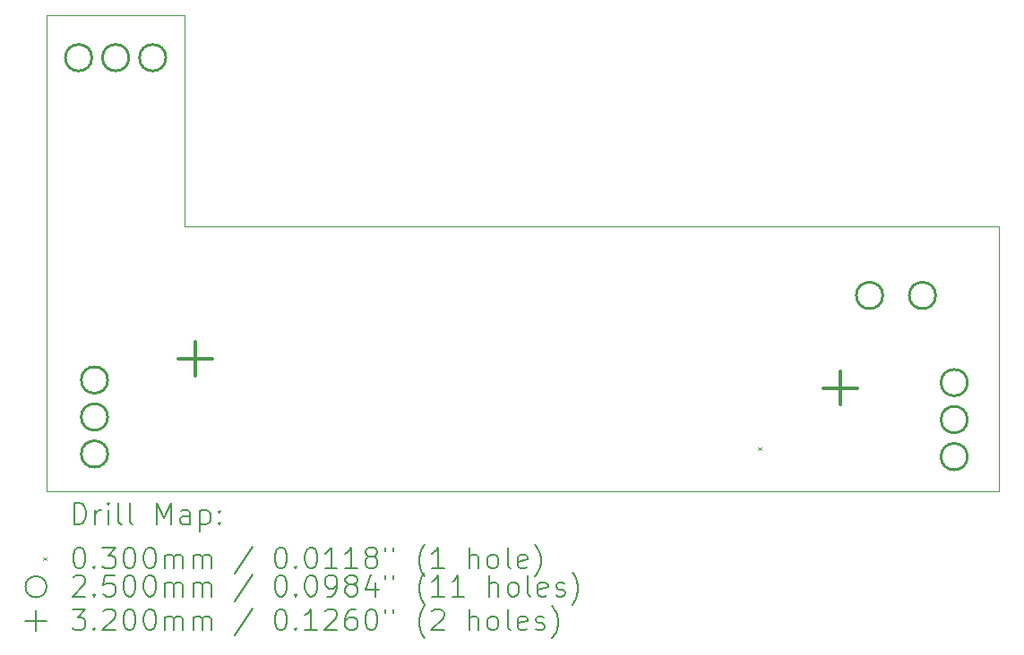
<source format=gbr>
%TF.GenerationSoftware,KiCad,Pcbnew,8.0.6*%
%TF.CreationDate,2025-01-23T20:02:07-06:00*%
%TF.ProjectId,PD_Board,50445f42-6f61-4726-942e-6b696361645f,rev?*%
%TF.SameCoordinates,Original*%
%TF.FileFunction,Drillmap*%
%TF.FilePolarity,Positive*%
%FSLAX45Y45*%
G04 Gerber Fmt 4.5, Leading zero omitted, Abs format (unit mm)*
G04 Created by KiCad (PCBNEW 8.0.6) date 2025-01-23 20:02:07*
%MOMM*%
%LPD*%
G01*
G04 APERTURE LIST*
%ADD10C,0.050000*%
%ADD11C,0.200000*%
%ADD12C,0.100000*%
%ADD13C,0.250000*%
%ADD14C,0.320000*%
G04 APERTURE END LIST*
D10*
X10000000Y-12500000D02*
X10000000Y-10000000D01*
X19000000Y-12500000D02*
X10000000Y-12500000D01*
X19000000Y-10000000D02*
X19000000Y-12500000D01*
X11300000Y-10000000D02*
X19000000Y-10000000D01*
X11300000Y-8000000D02*
X11300000Y-10000000D01*
X10000000Y-8000000D02*
X11300000Y-8000000D01*
X10000000Y-10000000D02*
X10000000Y-8000000D01*
D11*
D12*
X16722000Y-12085000D02*
X16752000Y-12115000D01*
X16752000Y-12085000D02*
X16722000Y-12115000D01*
D13*
X10425000Y-8400000D02*
G75*
G02*
X10175000Y-8400000I-125000J0D01*
G01*
X10175000Y-8400000D02*
G75*
G02*
X10425000Y-8400000I125000J0D01*
G01*
X10575000Y-11450000D02*
G75*
G02*
X10325000Y-11450000I-125000J0D01*
G01*
X10325000Y-11450000D02*
G75*
G02*
X10575000Y-11450000I125000J0D01*
G01*
X10575000Y-11800000D02*
G75*
G02*
X10325000Y-11800000I-125000J0D01*
G01*
X10325000Y-11800000D02*
G75*
G02*
X10575000Y-11800000I125000J0D01*
G01*
X10575000Y-12150000D02*
G75*
G02*
X10325000Y-12150000I-125000J0D01*
G01*
X10325000Y-12150000D02*
G75*
G02*
X10575000Y-12150000I125000J0D01*
G01*
X10775000Y-8400000D02*
G75*
G02*
X10525000Y-8400000I-125000J0D01*
G01*
X10525000Y-8400000D02*
G75*
G02*
X10775000Y-8400000I125000J0D01*
G01*
X11125000Y-8400000D02*
G75*
G02*
X10875000Y-8400000I-125000J0D01*
G01*
X10875000Y-8400000D02*
G75*
G02*
X11125000Y-8400000I125000J0D01*
G01*
X17900000Y-10650000D02*
G75*
G02*
X17650000Y-10650000I-125000J0D01*
G01*
X17650000Y-10650000D02*
G75*
G02*
X17900000Y-10650000I125000J0D01*
G01*
X18400000Y-10650000D02*
G75*
G02*
X18150000Y-10650000I-125000J0D01*
G01*
X18150000Y-10650000D02*
G75*
G02*
X18400000Y-10650000I125000J0D01*
G01*
X18700000Y-11475000D02*
G75*
G02*
X18450000Y-11475000I-125000J0D01*
G01*
X18450000Y-11475000D02*
G75*
G02*
X18700000Y-11475000I125000J0D01*
G01*
X18700000Y-11825000D02*
G75*
G02*
X18450000Y-11825000I-125000J0D01*
G01*
X18450000Y-11825000D02*
G75*
G02*
X18700000Y-11825000I125000J0D01*
G01*
X18700000Y-12175000D02*
G75*
G02*
X18450000Y-12175000I-125000J0D01*
G01*
X18450000Y-12175000D02*
G75*
G02*
X18700000Y-12175000I125000J0D01*
G01*
D14*
X11400000Y-11090000D02*
X11400000Y-11410000D01*
X11240000Y-11250000D02*
X11560000Y-11250000D01*
X17500000Y-11365000D02*
X17500000Y-11685000D01*
X17340000Y-11525000D02*
X17660000Y-11525000D01*
D11*
X10258277Y-12813984D02*
X10258277Y-12613984D01*
X10258277Y-12613984D02*
X10305896Y-12613984D01*
X10305896Y-12613984D02*
X10334467Y-12623508D01*
X10334467Y-12623508D02*
X10353515Y-12642555D01*
X10353515Y-12642555D02*
X10363039Y-12661603D01*
X10363039Y-12661603D02*
X10372563Y-12699698D01*
X10372563Y-12699698D02*
X10372563Y-12728269D01*
X10372563Y-12728269D02*
X10363039Y-12766365D01*
X10363039Y-12766365D02*
X10353515Y-12785412D01*
X10353515Y-12785412D02*
X10334467Y-12804460D01*
X10334467Y-12804460D02*
X10305896Y-12813984D01*
X10305896Y-12813984D02*
X10258277Y-12813984D01*
X10458277Y-12813984D02*
X10458277Y-12680650D01*
X10458277Y-12718746D02*
X10467801Y-12699698D01*
X10467801Y-12699698D02*
X10477324Y-12690174D01*
X10477324Y-12690174D02*
X10496372Y-12680650D01*
X10496372Y-12680650D02*
X10515420Y-12680650D01*
X10582086Y-12813984D02*
X10582086Y-12680650D01*
X10582086Y-12613984D02*
X10572563Y-12623508D01*
X10572563Y-12623508D02*
X10582086Y-12633031D01*
X10582086Y-12633031D02*
X10591610Y-12623508D01*
X10591610Y-12623508D02*
X10582086Y-12613984D01*
X10582086Y-12613984D02*
X10582086Y-12633031D01*
X10705896Y-12813984D02*
X10686848Y-12804460D01*
X10686848Y-12804460D02*
X10677324Y-12785412D01*
X10677324Y-12785412D02*
X10677324Y-12613984D01*
X10810658Y-12813984D02*
X10791610Y-12804460D01*
X10791610Y-12804460D02*
X10782086Y-12785412D01*
X10782086Y-12785412D02*
X10782086Y-12613984D01*
X11039229Y-12813984D02*
X11039229Y-12613984D01*
X11039229Y-12613984D02*
X11105896Y-12756841D01*
X11105896Y-12756841D02*
X11172563Y-12613984D01*
X11172563Y-12613984D02*
X11172563Y-12813984D01*
X11353515Y-12813984D02*
X11353515Y-12709222D01*
X11353515Y-12709222D02*
X11343991Y-12690174D01*
X11343991Y-12690174D02*
X11324943Y-12680650D01*
X11324943Y-12680650D02*
X11286848Y-12680650D01*
X11286848Y-12680650D02*
X11267801Y-12690174D01*
X11353515Y-12804460D02*
X11334467Y-12813984D01*
X11334467Y-12813984D02*
X11286848Y-12813984D01*
X11286848Y-12813984D02*
X11267801Y-12804460D01*
X11267801Y-12804460D02*
X11258277Y-12785412D01*
X11258277Y-12785412D02*
X11258277Y-12766365D01*
X11258277Y-12766365D02*
X11267801Y-12747317D01*
X11267801Y-12747317D02*
X11286848Y-12737793D01*
X11286848Y-12737793D02*
X11334467Y-12737793D01*
X11334467Y-12737793D02*
X11353515Y-12728269D01*
X11448753Y-12680650D02*
X11448753Y-12880650D01*
X11448753Y-12690174D02*
X11467801Y-12680650D01*
X11467801Y-12680650D02*
X11505896Y-12680650D01*
X11505896Y-12680650D02*
X11524943Y-12690174D01*
X11524943Y-12690174D02*
X11534467Y-12699698D01*
X11534467Y-12699698D02*
X11543991Y-12718746D01*
X11543991Y-12718746D02*
X11543991Y-12775888D01*
X11543991Y-12775888D02*
X11534467Y-12794936D01*
X11534467Y-12794936D02*
X11524943Y-12804460D01*
X11524943Y-12804460D02*
X11505896Y-12813984D01*
X11505896Y-12813984D02*
X11467801Y-12813984D01*
X11467801Y-12813984D02*
X11448753Y-12804460D01*
X11629705Y-12794936D02*
X11639229Y-12804460D01*
X11639229Y-12804460D02*
X11629705Y-12813984D01*
X11629705Y-12813984D02*
X11620182Y-12804460D01*
X11620182Y-12804460D02*
X11629705Y-12794936D01*
X11629705Y-12794936D02*
X11629705Y-12813984D01*
X11629705Y-12690174D02*
X11639229Y-12699698D01*
X11639229Y-12699698D02*
X11629705Y-12709222D01*
X11629705Y-12709222D02*
X11620182Y-12699698D01*
X11620182Y-12699698D02*
X11629705Y-12690174D01*
X11629705Y-12690174D02*
X11629705Y-12709222D01*
D12*
X9967500Y-13127500D02*
X9997500Y-13157500D01*
X9997500Y-13127500D02*
X9967500Y-13157500D01*
D11*
X10296372Y-13033984D02*
X10315420Y-13033984D01*
X10315420Y-13033984D02*
X10334467Y-13043508D01*
X10334467Y-13043508D02*
X10343991Y-13053031D01*
X10343991Y-13053031D02*
X10353515Y-13072079D01*
X10353515Y-13072079D02*
X10363039Y-13110174D01*
X10363039Y-13110174D02*
X10363039Y-13157793D01*
X10363039Y-13157793D02*
X10353515Y-13195888D01*
X10353515Y-13195888D02*
X10343991Y-13214936D01*
X10343991Y-13214936D02*
X10334467Y-13224460D01*
X10334467Y-13224460D02*
X10315420Y-13233984D01*
X10315420Y-13233984D02*
X10296372Y-13233984D01*
X10296372Y-13233984D02*
X10277324Y-13224460D01*
X10277324Y-13224460D02*
X10267801Y-13214936D01*
X10267801Y-13214936D02*
X10258277Y-13195888D01*
X10258277Y-13195888D02*
X10248753Y-13157793D01*
X10248753Y-13157793D02*
X10248753Y-13110174D01*
X10248753Y-13110174D02*
X10258277Y-13072079D01*
X10258277Y-13072079D02*
X10267801Y-13053031D01*
X10267801Y-13053031D02*
X10277324Y-13043508D01*
X10277324Y-13043508D02*
X10296372Y-13033984D01*
X10448753Y-13214936D02*
X10458277Y-13224460D01*
X10458277Y-13224460D02*
X10448753Y-13233984D01*
X10448753Y-13233984D02*
X10439229Y-13224460D01*
X10439229Y-13224460D02*
X10448753Y-13214936D01*
X10448753Y-13214936D02*
X10448753Y-13233984D01*
X10524944Y-13033984D02*
X10648753Y-13033984D01*
X10648753Y-13033984D02*
X10582086Y-13110174D01*
X10582086Y-13110174D02*
X10610658Y-13110174D01*
X10610658Y-13110174D02*
X10629705Y-13119698D01*
X10629705Y-13119698D02*
X10639229Y-13129222D01*
X10639229Y-13129222D02*
X10648753Y-13148269D01*
X10648753Y-13148269D02*
X10648753Y-13195888D01*
X10648753Y-13195888D02*
X10639229Y-13214936D01*
X10639229Y-13214936D02*
X10629705Y-13224460D01*
X10629705Y-13224460D02*
X10610658Y-13233984D01*
X10610658Y-13233984D02*
X10553515Y-13233984D01*
X10553515Y-13233984D02*
X10534467Y-13224460D01*
X10534467Y-13224460D02*
X10524944Y-13214936D01*
X10772563Y-13033984D02*
X10791610Y-13033984D01*
X10791610Y-13033984D02*
X10810658Y-13043508D01*
X10810658Y-13043508D02*
X10820182Y-13053031D01*
X10820182Y-13053031D02*
X10829705Y-13072079D01*
X10829705Y-13072079D02*
X10839229Y-13110174D01*
X10839229Y-13110174D02*
X10839229Y-13157793D01*
X10839229Y-13157793D02*
X10829705Y-13195888D01*
X10829705Y-13195888D02*
X10820182Y-13214936D01*
X10820182Y-13214936D02*
X10810658Y-13224460D01*
X10810658Y-13224460D02*
X10791610Y-13233984D01*
X10791610Y-13233984D02*
X10772563Y-13233984D01*
X10772563Y-13233984D02*
X10753515Y-13224460D01*
X10753515Y-13224460D02*
X10743991Y-13214936D01*
X10743991Y-13214936D02*
X10734467Y-13195888D01*
X10734467Y-13195888D02*
X10724944Y-13157793D01*
X10724944Y-13157793D02*
X10724944Y-13110174D01*
X10724944Y-13110174D02*
X10734467Y-13072079D01*
X10734467Y-13072079D02*
X10743991Y-13053031D01*
X10743991Y-13053031D02*
X10753515Y-13043508D01*
X10753515Y-13043508D02*
X10772563Y-13033984D01*
X10963039Y-13033984D02*
X10982086Y-13033984D01*
X10982086Y-13033984D02*
X11001134Y-13043508D01*
X11001134Y-13043508D02*
X11010658Y-13053031D01*
X11010658Y-13053031D02*
X11020182Y-13072079D01*
X11020182Y-13072079D02*
X11029705Y-13110174D01*
X11029705Y-13110174D02*
X11029705Y-13157793D01*
X11029705Y-13157793D02*
X11020182Y-13195888D01*
X11020182Y-13195888D02*
X11010658Y-13214936D01*
X11010658Y-13214936D02*
X11001134Y-13224460D01*
X11001134Y-13224460D02*
X10982086Y-13233984D01*
X10982086Y-13233984D02*
X10963039Y-13233984D01*
X10963039Y-13233984D02*
X10943991Y-13224460D01*
X10943991Y-13224460D02*
X10934467Y-13214936D01*
X10934467Y-13214936D02*
X10924944Y-13195888D01*
X10924944Y-13195888D02*
X10915420Y-13157793D01*
X10915420Y-13157793D02*
X10915420Y-13110174D01*
X10915420Y-13110174D02*
X10924944Y-13072079D01*
X10924944Y-13072079D02*
X10934467Y-13053031D01*
X10934467Y-13053031D02*
X10943991Y-13043508D01*
X10943991Y-13043508D02*
X10963039Y-13033984D01*
X11115420Y-13233984D02*
X11115420Y-13100650D01*
X11115420Y-13119698D02*
X11124944Y-13110174D01*
X11124944Y-13110174D02*
X11143991Y-13100650D01*
X11143991Y-13100650D02*
X11172563Y-13100650D01*
X11172563Y-13100650D02*
X11191610Y-13110174D01*
X11191610Y-13110174D02*
X11201134Y-13129222D01*
X11201134Y-13129222D02*
X11201134Y-13233984D01*
X11201134Y-13129222D02*
X11210658Y-13110174D01*
X11210658Y-13110174D02*
X11229705Y-13100650D01*
X11229705Y-13100650D02*
X11258277Y-13100650D01*
X11258277Y-13100650D02*
X11277324Y-13110174D01*
X11277324Y-13110174D02*
X11286848Y-13129222D01*
X11286848Y-13129222D02*
X11286848Y-13233984D01*
X11382086Y-13233984D02*
X11382086Y-13100650D01*
X11382086Y-13119698D02*
X11391610Y-13110174D01*
X11391610Y-13110174D02*
X11410658Y-13100650D01*
X11410658Y-13100650D02*
X11439229Y-13100650D01*
X11439229Y-13100650D02*
X11458277Y-13110174D01*
X11458277Y-13110174D02*
X11467801Y-13129222D01*
X11467801Y-13129222D02*
X11467801Y-13233984D01*
X11467801Y-13129222D02*
X11477324Y-13110174D01*
X11477324Y-13110174D02*
X11496372Y-13100650D01*
X11496372Y-13100650D02*
X11524943Y-13100650D01*
X11524943Y-13100650D02*
X11543991Y-13110174D01*
X11543991Y-13110174D02*
X11553515Y-13129222D01*
X11553515Y-13129222D02*
X11553515Y-13233984D01*
X11943991Y-13024460D02*
X11772563Y-13281603D01*
X12201134Y-13033984D02*
X12220182Y-13033984D01*
X12220182Y-13033984D02*
X12239229Y-13043508D01*
X12239229Y-13043508D02*
X12248753Y-13053031D01*
X12248753Y-13053031D02*
X12258277Y-13072079D01*
X12258277Y-13072079D02*
X12267801Y-13110174D01*
X12267801Y-13110174D02*
X12267801Y-13157793D01*
X12267801Y-13157793D02*
X12258277Y-13195888D01*
X12258277Y-13195888D02*
X12248753Y-13214936D01*
X12248753Y-13214936D02*
X12239229Y-13224460D01*
X12239229Y-13224460D02*
X12220182Y-13233984D01*
X12220182Y-13233984D02*
X12201134Y-13233984D01*
X12201134Y-13233984D02*
X12182086Y-13224460D01*
X12182086Y-13224460D02*
X12172563Y-13214936D01*
X12172563Y-13214936D02*
X12163039Y-13195888D01*
X12163039Y-13195888D02*
X12153515Y-13157793D01*
X12153515Y-13157793D02*
X12153515Y-13110174D01*
X12153515Y-13110174D02*
X12163039Y-13072079D01*
X12163039Y-13072079D02*
X12172563Y-13053031D01*
X12172563Y-13053031D02*
X12182086Y-13043508D01*
X12182086Y-13043508D02*
X12201134Y-13033984D01*
X12353515Y-13214936D02*
X12363039Y-13224460D01*
X12363039Y-13224460D02*
X12353515Y-13233984D01*
X12353515Y-13233984D02*
X12343991Y-13224460D01*
X12343991Y-13224460D02*
X12353515Y-13214936D01*
X12353515Y-13214936D02*
X12353515Y-13233984D01*
X12486848Y-13033984D02*
X12505896Y-13033984D01*
X12505896Y-13033984D02*
X12524944Y-13043508D01*
X12524944Y-13043508D02*
X12534467Y-13053031D01*
X12534467Y-13053031D02*
X12543991Y-13072079D01*
X12543991Y-13072079D02*
X12553515Y-13110174D01*
X12553515Y-13110174D02*
X12553515Y-13157793D01*
X12553515Y-13157793D02*
X12543991Y-13195888D01*
X12543991Y-13195888D02*
X12534467Y-13214936D01*
X12534467Y-13214936D02*
X12524944Y-13224460D01*
X12524944Y-13224460D02*
X12505896Y-13233984D01*
X12505896Y-13233984D02*
X12486848Y-13233984D01*
X12486848Y-13233984D02*
X12467801Y-13224460D01*
X12467801Y-13224460D02*
X12458277Y-13214936D01*
X12458277Y-13214936D02*
X12448753Y-13195888D01*
X12448753Y-13195888D02*
X12439229Y-13157793D01*
X12439229Y-13157793D02*
X12439229Y-13110174D01*
X12439229Y-13110174D02*
X12448753Y-13072079D01*
X12448753Y-13072079D02*
X12458277Y-13053031D01*
X12458277Y-13053031D02*
X12467801Y-13043508D01*
X12467801Y-13043508D02*
X12486848Y-13033984D01*
X12743991Y-13233984D02*
X12629706Y-13233984D01*
X12686848Y-13233984D02*
X12686848Y-13033984D01*
X12686848Y-13033984D02*
X12667801Y-13062555D01*
X12667801Y-13062555D02*
X12648753Y-13081603D01*
X12648753Y-13081603D02*
X12629706Y-13091127D01*
X12934467Y-13233984D02*
X12820182Y-13233984D01*
X12877325Y-13233984D02*
X12877325Y-13033984D01*
X12877325Y-13033984D02*
X12858277Y-13062555D01*
X12858277Y-13062555D02*
X12839229Y-13081603D01*
X12839229Y-13081603D02*
X12820182Y-13091127D01*
X13048753Y-13119698D02*
X13029706Y-13110174D01*
X13029706Y-13110174D02*
X13020182Y-13100650D01*
X13020182Y-13100650D02*
X13010658Y-13081603D01*
X13010658Y-13081603D02*
X13010658Y-13072079D01*
X13010658Y-13072079D02*
X13020182Y-13053031D01*
X13020182Y-13053031D02*
X13029706Y-13043508D01*
X13029706Y-13043508D02*
X13048753Y-13033984D01*
X13048753Y-13033984D02*
X13086848Y-13033984D01*
X13086848Y-13033984D02*
X13105896Y-13043508D01*
X13105896Y-13043508D02*
X13115420Y-13053031D01*
X13115420Y-13053031D02*
X13124944Y-13072079D01*
X13124944Y-13072079D02*
X13124944Y-13081603D01*
X13124944Y-13081603D02*
X13115420Y-13100650D01*
X13115420Y-13100650D02*
X13105896Y-13110174D01*
X13105896Y-13110174D02*
X13086848Y-13119698D01*
X13086848Y-13119698D02*
X13048753Y-13119698D01*
X13048753Y-13119698D02*
X13029706Y-13129222D01*
X13029706Y-13129222D02*
X13020182Y-13138746D01*
X13020182Y-13138746D02*
X13010658Y-13157793D01*
X13010658Y-13157793D02*
X13010658Y-13195888D01*
X13010658Y-13195888D02*
X13020182Y-13214936D01*
X13020182Y-13214936D02*
X13029706Y-13224460D01*
X13029706Y-13224460D02*
X13048753Y-13233984D01*
X13048753Y-13233984D02*
X13086848Y-13233984D01*
X13086848Y-13233984D02*
X13105896Y-13224460D01*
X13105896Y-13224460D02*
X13115420Y-13214936D01*
X13115420Y-13214936D02*
X13124944Y-13195888D01*
X13124944Y-13195888D02*
X13124944Y-13157793D01*
X13124944Y-13157793D02*
X13115420Y-13138746D01*
X13115420Y-13138746D02*
X13105896Y-13129222D01*
X13105896Y-13129222D02*
X13086848Y-13119698D01*
X13201134Y-13033984D02*
X13201134Y-13072079D01*
X13277325Y-13033984D02*
X13277325Y-13072079D01*
X13572563Y-13310174D02*
X13563039Y-13300650D01*
X13563039Y-13300650D02*
X13543991Y-13272079D01*
X13543991Y-13272079D02*
X13534468Y-13253031D01*
X13534468Y-13253031D02*
X13524944Y-13224460D01*
X13524944Y-13224460D02*
X13515420Y-13176841D01*
X13515420Y-13176841D02*
X13515420Y-13138746D01*
X13515420Y-13138746D02*
X13524944Y-13091127D01*
X13524944Y-13091127D02*
X13534468Y-13062555D01*
X13534468Y-13062555D02*
X13543991Y-13043508D01*
X13543991Y-13043508D02*
X13563039Y-13014936D01*
X13563039Y-13014936D02*
X13572563Y-13005412D01*
X13753515Y-13233984D02*
X13639229Y-13233984D01*
X13696372Y-13233984D02*
X13696372Y-13033984D01*
X13696372Y-13033984D02*
X13677325Y-13062555D01*
X13677325Y-13062555D02*
X13658277Y-13081603D01*
X13658277Y-13081603D02*
X13639229Y-13091127D01*
X13991610Y-13233984D02*
X13991610Y-13033984D01*
X14077325Y-13233984D02*
X14077325Y-13129222D01*
X14077325Y-13129222D02*
X14067801Y-13110174D01*
X14067801Y-13110174D02*
X14048753Y-13100650D01*
X14048753Y-13100650D02*
X14020182Y-13100650D01*
X14020182Y-13100650D02*
X14001134Y-13110174D01*
X14001134Y-13110174D02*
X13991610Y-13119698D01*
X14201134Y-13233984D02*
X14182087Y-13224460D01*
X14182087Y-13224460D02*
X14172563Y-13214936D01*
X14172563Y-13214936D02*
X14163039Y-13195888D01*
X14163039Y-13195888D02*
X14163039Y-13138746D01*
X14163039Y-13138746D02*
X14172563Y-13119698D01*
X14172563Y-13119698D02*
X14182087Y-13110174D01*
X14182087Y-13110174D02*
X14201134Y-13100650D01*
X14201134Y-13100650D02*
X14229706Y-13100650D01*
X14229706Y-13100650D02*
X14248753Y-13110174D01*
X14248753Y-13110174D02*
X14258277Y-13119698D01*
X14258277Y-13119698D02*
X14267801Y-13138746D01*
X14267801Y-13138746D02*
X14267801Y-13195888D01*
X14267801Y-13195888D02*
X14258277Y-13214936D01*
X14258277Y-13214936D02*
X14248753Y-13224460D01*
X14248753Y-13224460D02*
X14229706Y-13233984D01*
X14229706Y-13233984D02*
X14201134Y-13233984D01*
X14382087Y-13233984D02*
X14363039Y-13224460D01*
X14363039Y-13224460D02*
X14353515Y-13205412D01*
X14353515Y-13205412D02*
X14353515Y-13033984D01*
X14534468Y-13224460D02*
X14515420Y-13233984D01*
X14515420Y-13233984D02*
X14477325Y-13233984D01*
X14477325Y-13233984D02*
X14458277Y-13224460D01*
X14458277Y-13224460D02*
X14448753Y-13205412D01*
X14448753Y-13205412D02*
X14448753Y-13129222D01*
X14448753Y-13129222D02*
X14458277Y-13110174D01*
X14458277Y-13110174D02*
X14477325Y-13100650D01*
X14477325Y-13100650D02*
X14515420Y-13100650D01*
X14515420Y-13100650D02*
X14534468Y-13110174D01*
X14534468Y-13110174D02*
X14543991Y-13129222D01*
X14543991Y-13129222D02*
X14543991Y-13148269D01*
X14543991Y-13148269D02*
X14448753Y-13167317D01*
X14610658Y-13310174D02*
X14620182Y-13300650D01*
X14620182Y-13300650D02*
X14639230Y-13272079D01*
X14639230Y-13272079D02*
X14648753Y-13253031D01*
X14648753Y-13253031D02*
X14658277Y-13224460D01*
X14658277Y-13224460D02*
X14667801Y-13176841D01*
X14667801Y-13176841D02*
X14667801Y-13138746D01*
X14667801Y-13138746D02*
X14658277Y-13091127D01*
X14658277Y-13091127D02*
X14648753Y-13062555D01*
X14648753Y-13062555D02*
X14639230Y-13043508D01*
X14639230Y-13043508D02*
X14620182Y-13014936D01*
X14620182Y-13014936D02*
X14610658Y-13005412D01*
X9997500Y-13406500D02*
G75*
G02*
X9797500Y-13406500I-100000J0D01*
G01*
X9797500Y-13406500D02*
G75*
G02*
X9997500Y-13406500I100000J0D01*
G01*
X10248753Y-13317031D02*
X10258277Y-13307508D01*
X10258277Y-13307508D02*
X10277324Y-13297984D01*
X10277324Y-13297984D02*
X10324944Y-13297984D01*
X10324944Y-13297984D02*
X10343991Y-13307508D01*
X10343991Y-13307508D02*
X10353515Y-13317031D01*
X10353515Y-13317031D02*
X10363039Y-13336079D01*
X10363039Y-13336079D02*
X10363039Y-13355127D01*
X10363039Y-13355127D02*
X10353515Y-13383698D01*
X10353515Y-13383698D02*
X10239229Y-13497984D01*
X10239229Y-13497984D02*
X10363039Y-13497984D01*
X10448753Y-13478936D02*
X10458277Y-13488460D01*
X10458277Y-13488460D02*
X10448753Y-13497984D01*
X10448753Y-13497984D02*
X10439229Y-13488460D01*
X10439229Y-13488460D02*
X10448753Y-13478936D01*
X10448753Y-13478936D02*
X10448753Y-13497984D01*
X10639229Y-13297984D02*
X10543991Y-13297984D01*
X10543991Y-13297984D02*
X10534467Y-13393222D01*
X10534467Y-13393222D02*
X10543991Y-13383698D01*
X10543991Y-13383698D02*
X10563039Y-13374174D01*
X10563039Y-13374174D02*
X10610658Y-13374174D01*
X10610658Y-13374174D02*
X10629705Y-13383698D01*
X10629705Y-13383698D02*
X10639229Y-13393222D01*
X10639229Y-13393222D02*
X10648753Y-13412269D01*
X10648753Y-13412269D02*
X10648753Y-13459888D01*
X10648753Y-13459888D02*
X10639229Y-13478936D01*
X10639229Y-13478936D02*
X10629705Y-13488460D01*
X10629705Y-13488460D02*
X10610658Y-13497984D01*
X10610658Y-13497984D02*
X10563039Y-13497984D01*
X10563039Y-13497984D02*
X10543991Y-13488460D01*
X10543991Y-13488460D02*
X10534467Y-13478936D01*
X10772563Y-13297984D02*
X10791610Y-13297984D01*
X10791610Y-13297984D02*
X10810658Y-13307508D01*
X10810658Y-13307508D02*
X10820182Y-13317031D01*
X10820182Y-13317031D02*
X10829705Y-13336079D01*
X10829705Y-13336079D02*
X10839229Y-13374174D01*
X10839229Y-13374174D02*
X10839229Y-13421793D01*
X10839229Y-13421793D02*
X10829705Y-13459888D01*
X10829705Y-13459888D02*
X10820182Y-13478936D01*
X10820182Y-13478936D02*
X10810658Y-13488460D01*
X10810658Y-13488460D02*
X10791610Y-13497984D01*
X10791610Y-13497984D02*
X10772563Y-13497984D01*
X10772563Y-13497984D02*
X10753515Y-13488460D01*
X10753515Y-13488460D02*
X10743991Y-13478936D01*
X10743991Y-13478936D02*
X10734467Y-13459888D01*
X10734467Y-13459888D02*
X10724944Y-13421793D01*
X10724944Y-13421793D02*
X10724944Y-13374174D01*
X10724944Y-13374174D02*
X10734467Y-13336079D01*
X10734467Y-13336079D02*
X10743991Y-13317031D01*
X10743991Y-13317031D02*
X10753515Y-13307508D01*
X10753515Y-13307508D02*
X10772563Y-13297984D01*
X10963039Y-13297984D02*
X10982086Y-13297984D01*
X10982086Y-13297984D02*
X11001134Y-13307508D01*
X11001134Y-13307508D02*
X11010658Y-13317031D01*
X11010658Y-13317031D02*
X11020182Y-13336079D01*
X11020182Y-13336079D02*
X11029705Y-13374174D01*
X11029705Y-13374174D02*
X11029705Y-13421793D01*
X11029705Y-13421793D02*
X11020182Y-13459888D01*
X11020182Y-13459888D02*
X11010658Y-13478936D01*
X11010658Y-13478936D02*
X11001134Y-13488460D01*
X11001134Y-13488460D02*
X10982086Y-13497984D01*
X10982086Y-13497984D02*
X10963039Y-13497984D01*
X10963039Y-13497984D02*
X10943991Y-13488460D01*
X10943991Y-13488460D02*
X10934467Y-13478936D01*
X10934467Y-13478936D02*
X10924944Y-13459888D01*
X10924944Y-13459888D02*
X10915420Y-13421793D01*
X10915420Y-13421793D02*
X10915420Y-13374174D01*
X10915420Y-13374174D02*
X10924944Y-13336079D01*
X10924944Y-13336079D02*
X10934467Y-13317031D01*
X10934467Y-13317031D02*
X10943991Y-13307508D01*
X10943991Y-13307508D02*
X10963039Y-13297984D01*
X11115420Y-13497984D02*
X11115420Y-13364650D01*
X11115420Y-13383698D02*
X11124944Y-13374174D01*
X11124944Y-13374174D02*
X11143991Y-13364650D01*
X11143991Y-13364650D02*
X11172563Y-13364650D01*
X11172563Y-13364650D02*
X11191610Y-13374174D01*
X11191610Y-13374174D02*
X11201134Y-13393222D01*
X11201134Y-13393222D02*
X11201134Y-13497984D01*
X11201134Y-13393222D02*
X11210658Y-13374174D01*
X11210658Y-13374174D02*
X11229705Y-13364650D01*
X11229705Y-13364650D02*
X11258277Y-13364650D01*
X11258277Y-13364650D02*
X11277324Y-13374174D01*
X11277324Y-13374174D02*
X11286848Y-13393222D01*
X11286848Y-13393222D02*
X11286848Y-13497984D01*
X11382086Y-13497984D02*
X11382086Y-13364650D01*
X11382086Y-13383698D02*
X11391610Y-13374174D01*
X11391610Y-13374174D02*
X11410658Y-13364650D01*
X11410658Y-13364650D02*
X11439229Y-13364650D01*
X11439229Y-13364650D02*
X11458277Y-13374174D01*
X11458277Y-13374174D02*
X11467801Y-13393222D01*
X11467801Y-13393222D02*
X11467801Y-13497984D01*
X11467801Y-13393222D02*
X11477324Y-13374174D01*
X11477324Y-13374174D02*
X11496372Y-13364650D01*
X11496372Y-13364650D02*
X11524943Y-13364650D01*
X11524943Y-13364650D02*
X11543991Y-13374174D01*
X11543991Y-13374174D02*
X11553515Y-13393222D01*
X11553515Y-13393222D02*
X11553515Y-13497984D01*
X11943991Y-13288460D02*
X11772563Y-13545603D01*
X12201134Y-13297984D02*
X12220182Y-13297984D01*
X12220182Y-13297984D02*
X12239229Y-13307508D01*
X12239229Y-13307508D02*
X12248753Y-13317031D01*
X12248753Y-13317031D02*
X12258277Y-13336079D01*
X12258277Y-13336079D02*
X12267801Y-13374174D01*
X12267801Y-13374174D02*
X12267801Y-13421793D01*
X12267801Y-13421793D02*
X12258277Y-13459888D01*
X12258277Y-13459888D02*
X12248753Y-13478936D01*
X12248753Y-13478936D02*
X12239229Y-13488460D01*
X12239229Y-13488460D02*
X12220182Y-13497984D01*
X12220182Y-13497984D02*
X12201134Y-13497984D01*
X12201134Y-13497984D02*
X12182086Y-13488460D01*
X12182086Y-13488460D02*
X12172563Y-13478936D01*
X12172563Y-13478936D02*
X12163039Y-13459888D01*
X12163039Y-13459888D02*
X12153515Y-13421793D01*
X12153515Y-13421793D02*
X12153515Y-13374174D01*
X12153515Y-13374174D02*
X12163039Y-13336079D01*
X12163039Y-13336079D02*
X12172563Y-13317031D01*
X12172563Y-13317031D02*
X12182086Y-13307508D01*
X12182086Y-13307508D02*
X12201134Y-13297984D01*
X12353515Y-13478936D02*
X12363039Y-13488460D01*
X12363039Y-13488460D02*
X12353515Y-13497984D01*
X12353515Y-13497984D02*
X12343991Y-13488460D01*
X12343991Y-13488460D02*
X12353515Y-13478936D01*
X12353515Y-13478936D02*
X12353515Y-13497984D01*
X12486848Y-13297984D02*
X12505896Y-13297984D01*
X12505896Y-13297984D02*
X12524944Y-13307508D01*
X12524944Y-13307508D02*
X12534467Y-13317031D01*
X12534467Y-13317031D02*
X12543991Y-13336079D01*
X12543991Y-13336079D02*
X12553515Y-13374174D01*
X12553515Y-13374174D02*
X12553515Y-13421793D01*
X12553515Y-13421793D02*
X12543991Y-13459888D01*
X12543991Y-13459888D02*
X12534467Y-13478936D01*
X12534467Y-13478936D02*
X12524944Y-13488460D01*
X12524944Y-13488460D02*
X12505896Y-13497984D01*
X12505896Y-13497984D02*
X12486848Y-13497984D01*
X12486848Y-13497984D02*
X12467801Y-13488460D01*
X12467801Y-13488460D02*
X12458277Y-13478936D01*
X12458277Y-13478936D02*
X12448753Y-13459888D01*
X12448753Y-13459888D02*
X12439229Y-13421793D01*
X12439229Y-13421793D02*
X12439229Y-13374174D01*
X12439229Y-13374174D02*
X12448753Y-13336079D01*
X12448753Y-13336079D02*
X12458277Y-13317031D01*
X12458277Y-13317031D02*
X12467801Y-13307508D01*
X12467801Y-13307508D02*
X12486848Y-13297984D01*
X12648753Y-13497984D02*
X12686848Y-13497984D01*
X12686848Y-13497984D02*
X12705896Y-13488460D01*
X12705896Y-13488460D02*
X12715420Y-13478936D01*
X12715420Y-13478936D02*
X12734467Y-13450365D01*
X12734467Y-13450365D02*
X12743991Y-13412269D01*
X12743991Y-13412269D02*
X12743991Y-13336079D01*
X12743991Y-13336079D02*
X12734467Y-13317031D01*
X12734467Y-13317031D02*
X12724944Y-13307508D01*
X12724944Y-13307508D02*
X12705896Y-13297984D01*
X12705896Y-13297984D02*
X12667801Y-13297984D01*
X12667801Y-13297984D02*
X12648753Y-13307508D01*
X12648753Y-13307508D02*
X12639229Y-13317031D01*
X12639229Y-13317031D02*
X12629706Y-13336079D01*
X12629706Y-13336079D02*
X12629706Y-13383698D01*
X12629706Y-13383698D02*
X12639229Y-13402746D01*
X12639229Y-13402746D02*
X12648753Y-13412269D01*
X12648753Y-13412269D02*
X12667801Y-13421793D01*
X12667801Y-13421793D02*
X12705896Y-13421793D01*
X12705896Y-13421793D02*
X12724944Y-13412269D01*
X12724944Y-13412269D02*
X12734467Y-13402746D01*
X12734467Y-13402746D02*
X12743991Y-13383698D01*
X12858277Y-13383698D02*
X12839229Y-13374174D01*
X12839229Y-13374174D02*
X12829706Y-13364650D01*
X12829706Y-13364650D02*
X12820182Y-13345603D01*
X12820182Y-13345603D02*
X12820182Y-13336079D01*
X12820182Y-13336079D02*
X12829706Y-13317031D01*
X12829706Y-13317031D02*
X12839229Y-13307508D01*
X12839229Y-13307508D02*
X12858277Y-13297984D01*
X12858277Y-13297984D02*
X12896372Y-13297984D01*
X12896372Y-13297984D02*
X12915420Y-13307508D01*
X12915420Y-13307508D02*
X12924944Y-13317031D01*
X12924944Y-13317031D02*
X12934467Y-13336079D01*
X12934467Y-13336079D02*
X12934467Y-13345603D01*
X12934467Y-13345603D02*
X12924944Y-13364650D01*
X12924944Y-13364650D02*
X12915420Y-13374174D01*
X12915420Y-13374174D02*
X12896372Y-13383698D01*
X12896372Y-13383698D02*
X12858277Y-13383698D01*
X12858277Y-13383698D02*
X12839229Y-13393222D01*
X12839229Y-13393222D02*
X12829706Y-13402746D01*
X12829706Y-13402746D02*
X12820182Y-13421793D01*
X12820182Y-13421793D02*
X12820182Y-13459888D01*
X12820182Y-13459888D02*
X12829706Y-13478936D01*
X12829706Y-13478936D02*
X12839229Y-13488460D01*
X12839229Y-13488460D02*
X12858277Y-13497984D01*
X12858277Y-13497984D02*
X12896372Y-13497984D01*
X12896372Y-13497984D02*
X12915420Y-13488460D01*
X12915420Y-13488460D02*
X12924944Y-13478936D01*
X12924944Y-13478936D02*
X12934467Y-13459888D01*
X12934467Y-13459888D02*
X12934467Y-13421793D01*
X12934467Y-13421793D02*
X12924944Y-13402746D01*
X12924944Y-13402746D02*
X12915420Y-13393222D01*
X12915420Y-13393222D02*
X12896372Y-13383698D01*
X13105896Y-13364650D02*
X13105896Y-13497984D01*
X13058277Y-13288460D02*
X13010658Y-13431317D01*
X13010658Y-13431317D02*
X13134467Y-13431317D01*
X13201134Y-13297984D02*
X13201134Y-13336079D01*
X13277325Y-13297984D02*
X13277325Y-13336079D01*
X13572563Y-13574174D02*
X13563039Y-13564650D01*
X13563039Y-13564650D02*
X13543991Y-13536079D01*
X13543991Y-13536079D02*
X13534468Y-13517031D01*
X13534468Y-13517031D02*
X13524944Y-13488460D01*
X13524944Y-13488460D02*
X13515420Y-13440841D01*
X13515420Y-13440841D02*
X13515420Y-13402746D01*
X13515420Y-13402746D02*
X13524944Y-13355127D01*
X13524944Y-13355127D02*
X13534468Y-13326555D01*
X13534468Y-13326555D02*
X13543991Y-13307508D01*
X13543991Y-13307508D02*
X13563039Y-13278936D01*
X13563039Y-13278936D02*
X13572563Y-13269412D01*
X13753515Y-13497984D02*
X13639229Y-13497984D01*
X13696372Y-13497984D02*
X13696372Y-13297984D01*
X13696372Y-13297984D02*
X13677325Y-13326555D01*
X13677325Y-13326555D02*
X13658277Y-13345603D01*
X13658277Y-13345603D02*
X13639229Y-13355127D01*
X13943991Y-13497984D02*
X13829706Y-13497984D01*
X13886848Y-13497984D02*
X13886848Y-13297984D01*
X13886848Y-13297984D02*
X13867801Y-13326555D01*
X13867801Y-13326555D02*
X13848753Y-13345603D01*
X13848753Y-13345603D02*
X13829706Y-13355127D01*
X14182087Y-13497984D02*
X14182087Y-13297984D01*
X14267801Y-13497984D02*
X14267801Y-13393222D01*
X14267801Y-13393222D02*
X14258277Y-13374174D01*
X14258277Y-13374174D02*
X14239230Y-13364650D01*
X14239230Y-13364650D02*
X14210658Y-13364650D01*
X14210658Y-13364650D02*
X14191610Y-13374174D01*
X14191610Y-13374174D02*
X14182087Y-13383698D01*
X14391610Y-13497984D02*
X14372563Y-13488460D01*
X14372563Y-13488460D02*
X14363039Y-13478936D01*
X14363039Y-13478936D02*
X14353515Y-13459888D01*
X14353515Y-13459888D02*
X14353515Y-13402746D01*
X14353515Y-13402746D02*
X14363039Y-13383698D01*
X14363039Y-13383698D02*
X14372563Y-13374174D01*
X14372563Y-13374174D02*
X14391610Y-13364650D01*
X14391610Y-13364650D02*
X14420182Y-13364650D01*
X14420182Y-13364650D02*
X14439230Y-13374174D01*
X14439230Y-13374174D02*
X14448753Y-13383698D01*
X14448753Y-13383698D02*
X14458277Y-13402746D01*
X14458277Y-13402746D02*
X14458277Y-13459888D01*
X14458277Y-13459888D02*
X14448753Y-13478936D01*
X14448753Y-13478936D02*
X14439230Y-13488460D01*
X14439230Y-13488460D02*
X14420182Y-13497984D01*
X14420182Y-13497984D02*
X14391610Y-13497984D01*
X14572563Y-13497984D02*
X14553515Y-13488460D01*
X14553515Y-13488460D02*
X14543991Y-13469412D01*
X14543991Y-13469412D02*
X14543991Y-13297984D01*
X14724944Y-13488460D02*
X14705896Y-13497984D01*
X14705896Y-13497984D02*
X14667801Y-13497984D01*
X14667801Y-13497984D02*
X14648753Y-13488460D01*
X14648753Y-13488460D02*
X14639230Y-13469412D01*
X14639230Y-13469412D02*
X14639230Y-13393222D01*
X14639230Y-13393222D02*
X14648753Y-13374174D01*
X14648753Y-13374174D02*
X14667801Y-13364650D01*
X14667801Y-13364650D02*
X14705896Y-13364650D01*
X14705896Y-13364650D02*
X14724944Y-13374174D01*
X14724944Y-13374174D02*
X14734468Y-13393222D01*
X14734468Y-13393222D02*
X14734468Y-13412269D01*
X14734468Y-13412269D02*
X14639230Y-13431317D01*
X14810658Y-13488460D02*
X14829706Y-13497984D01*
X14829706Y-13497984D02*
X14867801Y-13497984D01*
X14867801Y-13497984D02*
X14886849Y-13488460D01*
X14886849Y-13488460D02*
X14896372Y-13469412D01*
X14896372Y-13469412D02*
X14896372Y-13459888D01*
X14896372Y-13459888D02*
X14886849Y-13440841D01*
X14886849Y-13440841D02*
X14867801Y-13431317D01*
X14867801Y-13431317D02*
X14839230Y-13431317D01*
X14839230Y-13431317D02*
X14820182Y-13421793D01*
X14820182Y-13421793D02*
X14810658Y-13402746D01*
X14810658Y-13402746D02*
X14810658Y-13393222D01*
X14810658Y-13393222D02*
X14820182Y-13374174D01*
X14820182Y-13374174D02*
X14839230Y-13364650D01*
X14839230Y-13364650D02*
X14867801Y-13364650D01*
X14867801Y-13364650D02*
X14886849Y-13374174D01*
X14963039Y-13574174D02*
X14972563Y-13564650D01*
X14972563Y-13564650D02*
X14991611Y-13536079D01*
X14991611Y-13536079D02*
X15001134Y-13517031D01*
X15001134Y-13517031D02*
X15010658Y-13488460D01*
X15010658Y-13488460D02*
X15020182Y-13440841D01*
X15020182Y-13440841D02*
X15020182Y-13402746D01*
X15020182Y-13402746D02*
X15010658Y-13355127D01*
X15010658Y-13355127D02*
X15001134Y-13326555D01*
X15001134Y-13326555D02*
X14991611Y-13307508D01*
X14991611Y-13307508D02*
X14972563Y-13278936D01*
X14972563Y-13278936D02*
X14963039Y-13269412D01*
X9897500Y-13626500D02*
X9897500Y-13826500D01*
X9797500Y-13726500D02*
X9997500Y-13726500D01*
X10239229Y-13617984D02*
X10363039Y-13617984D01*
X10363039Y-13617984D02*
X10296372Y-13694174D01*
X10296372Y-13694174D02*
X10324944Y-13694174D01*
X10324944Y-13694174D02*
X10343991Y-13703698D01*
X10343991Y-13703698D02*
X10353515Y-13713222D01*
X10353515Y-13713222D02*
X10363039Y-13732269D01*
X10363039Y-13732269D02*
X10363039Y-13779888D01*
X10363039Y-13779888D02*
X10353515Y-13798936D01*
X10353515Y-13798936D02*
X10343991Y-13808460D01*
X10343991Y-13808460D02*
X10324944Y-13817984D01*
X10324944Y-13817984D02*
X10267801Y-13817984D01*
X10267801Y-13817984D02*
X10248753Y-13808460D01*
X10248753Y-13808460D02*
X10239229Y-13798936D01*
X10448753Y-13798936D02*
X10458277Y-13808460D01*
X10458277Y-13808460D02*
X10448753Y-13817984D01*
X10448753Y-13817984D02*
X10439229Y-13808460D01*
X10439229Y-13808460D02*
X10448753Y-13798936D01*
X10448753Y-13798936D02*
X10448753Y-13817984D01*
X10534467Y-13637031D02*
X10543991Y-13627508D01*
X10543991Y-13627508D02*
X10563039Y-13617984D01*
X10563039Y-13617984D02*
X10610658Y-13617984D01*
X10610658Y-13617984D02*
X10629705Y-13627508D01*
X10629705Y-13627508D02*
X10639229Y-13637031D01*
X10639229Y-13637031D02*
X10648753Y-13656079D01*
X10648753Y-13656079D02*
X10648753Y-13675127D01*
X10648753Y-13675127D02*
X10639229Y-13703698D01*
X10639229Y-13703698D02*
X10524944Y-13817984D01*
X10524944Y-13817984D02*
X10648753Y-13817984D01*
X10772563Y-13617984D02*
X10791610Y-13617984D01*
X10791610Y-13617984D02*
X10810658Y-13627508D01*
X10810658Y-13627508D02*
X10820182Y-13637031D01*
X10820182Y-13637031D02*
X10829705Y-13656079D01*
X10829705Y-13656079D02*
X10839229Y-13694174D01*
X10839229Y-13694174D02*
X10839229Y-13741793D01*
X10839229Y-13741793D02*
X10829705Y-13779888D01*
X10829705Y-13779888D02*
X10820182Y-13798936D01*
X10820182Y-13798936D02*
X10810658Y-13808460D01*
X10810658Y-13808460D02*
X10791610Y-13817984D01*
X10791610Y-13817984D02*
X10772563Y-13817984D01*
X10772563Y-13817984D02*
X10753515Y-13808460D01*
X10753515Y-13808460D02*
X10743991Y-13798936D01*
X10743991Y-13798936D02*
X10734467Y-13779888D01*
X10734467Y-13779888D02*
X10724944Y-13741793D01*
X10724944Y-13741793D02*
X10724944Y-13694174D01*
X10724944Y-13694174D02*
X10734467Y-13656079D01*
X10734467Y-13656079D02*
X10743991Y-13637031D01*
X10743991Y-13637031D02*
X10753515Y-13627508D01*
X10753515Y-13627508D02*
X10772563Y-13617984D01*
X10963039Y-13617984D02*
X10982086Y-13617984D01*
X10982086Y-13617984D02*
X11001134Y-13627508D01*
X11001134Y-13627508D02*
X11010658Y-13637031D01*
X11010658Y-13637031D02*
X11020182Y-13656079D01*
X11020182Y-13656079D02*
X11029705Y-13694174D01*
X11029705Y-13694174D02*
X11029705Y-13741793D01*
X11029705Y-13741793D02*
X11020182Y-13779888D01*
X11020182Y-13779888D02*
X11010658Y-13798936D01*
X11010658Y-13798936D02*
X11001134Y-13808460D01*
X11001134Y-13808460D02*
X10982086Y-13817984D01*
X10982086Y-13817984D02*
X10963039Y-13817984D01*
X10963039Y-13817984D02*
X10943991Y-13808460D01*
X10943991Y-13808460D02*
X10934467Y-13798936D01*
X10934467Y-13798936D02*
X10924944Y-13779888D01*
X10924944Y-13779888D02*
X10915420Y-13741793D01*
X10915420Y-13741793D02*
X10915420Y-13694174D01*
X10915420Y-13694174D02*
X10924944Y-13656079D01*
X10924944Y-13656079D02*
X10934467Y-13637031D01*
X10934467Y-13637031D02*
X10943991Y-13627508D01*
X10943991Y-13627508D02*
X10963039Y-13617984D01*
X11115420Y-13817984D02*
X11115420Y-13684650D01*
X11115420Y-13703698D02*
X11124944Y-13694174D01*
X11124944Y-13694174D02*
X11143991Y-13684650D01*
X11143991Y-13684650D02*
X11172563Y-13684650D01*
X11172563Y-13684650D02*
X11191610Y-13694174D01*
X11191610Y-13694174D02*
X11201134Y-13713222D01*
X11201134Y-13713222D02*
X11201134Y-13817984D01*
X11201134Y-13713222D02*
X11210658Y-13694174D01*
X11210658Y-13694174D02*
X11229705Y-13684650D01*
X11229705Y-13684650D02*
X11258277Y-13684650D01*
X11258277Y-13684650D02*
X11277324Y-13694174D01*
X11277324Y-13694174D02*
X11286848Y-13713222D01*
X11286848Y-13713222D02*
X11286848Y-13817984D01*
X11382086Y-13817984D02*
X11382086Y-13684650D01*
X11382086Y-13703698D02*
X11391610Y-13694174D01*
X11391610Y-13694174D02*
X11410658Y-13684650D01*
X11410658Y-13684650D02*
X11439229Y-13684650D01*
X11439229Y-13684650D02*
X11458277Y-13694174D01*
X11458277Y-13694174D02*
X11467801Y-13713222D01*
X11467801Y-13713222D02*
X11467801Y-13817984D01*
X11467801Y-13713222D02*
X11477324Y-13694174D01*
X11477324Y-13694174D02*
X11496372Y-13684650D01*
X11496372Y-13684650D02*
X11524943Y-13684650D01*
X11524943Y-13684650D02*
X11543991Y-13694174D01*
X11543991Y-13694174D02*
X11553515Y-13713222D01*
X11553515Y-13713222D02*
X11553515Y-13817984D01*
X11943991Y-13608460D02*
X11772563Y-13865603D01*
X12201134Y-13617984D02*
X12220182Y-13617984D01*
X12220182Y-13617984D02*
X12239229Y-13627508D01*
X12239229Y-13627508D02*
X12248753Y-13637031D01*
X12248753Y-13637031D02*
X12258277Y-13656079D01*
X12258277Y-13656079D02*
X12267801Y-13694174D01*
X12267801Y-13694174D02*
X12267801Y-13741793D01*
X12267801Y-13741793D02*
X12258277Y-13779888D01*
X12258277Y-13779888D02*
X12248753Y-13798936D01*
X12248753Y-13798936D02*
X12239229Y-13808460D01*
X12239229Y-13808460D02*
X12220182Y-13817984D01*
X12220182Y-13817984D02*
X12201134Y-13817984D01*
X12201134Y-13817984D02*
X12182086Y-13808460D01*
X12182086Y-13808460D02*
X12172563Y-13798936D01*
X12172563Y-13798936D02*
X12163039Y-13779888D01*
X12163039Y-13779888D02*
X12153515Y-13741793D01*
X12153515Y-13741793D02*
X12153515Y-13694174D01*
X12153515Y-13694174D02*
X12163039Y-13656079D01*
X12163039Y-13656079D02*
X12172563Y-13637031D01*
X12172563Y-13637031D02*
X12182086Y-13627508D01*
X12182086Y-13627508D02*
X12201134Y-13617984D01*
X12353515Y-13798936D02*
X12363039Y-13808460D01*
X12363039Y-13808460D02*
X12353515Y-13817984D01*
X12353515Y-13817984D02*
X12343991Y-13808460D01*
X12343991Y-13808460D02*
X12353515Y-13798936D01*
X12353515Y-13798936D02*
X12353515Y-13817984D01*
X12553515Y-13817984D02*
X12439229Y-13817984D01*
X12496372Y-13817984D02*
X12496372Y-13617984D01*
X12496372Y-13617984D02*
X12477325Y-13646555D01*
X12477325Y-13646555D02*
X12458277Y-13665603D01*
X12458277Y-13665603D02*
X12439229Y-13675127D01*
X12629706Y-13637031D02*
X12639229Y-13627508D01*
X12639229Y-13627508D02*
X12658277Y-13617984D01*
X12658277Y-13617984D02*
X12705896Y-13617984D01*
X12705896Y-13617984D02*
X12724944Y-13627508D01*
X12724944Y-13627508D02*
X12734467Y-13637031D01*
X12734467Y-13637031D02*
X12743991Y-13656079D01*
X12743991Y-13656079D02*
X12743991Y-13675127D01*
X12743991Y-13675127D02*
X12734467Y-13703698D01*
X12734467Y-13703698D02*
X12620182Y-13817984D01*
X12620182Y-13817984D02*
X12743991Y-13817984D01*
X12915420Y-13617984D02*
X12877325Y-13617984D01*
X12877325Y-13617984D02*
X12858277Y-13627508D01*
X12858277Y-13627508D02*
X12848753Y-13637031D01*
X12848753Y-13637031D02*
X12829706Y-13665603D01*
X12829706Y-13665603D02*
X12820182Y-13703698D01*
X12820182Y-13703698D02*
X12820182Y-13779888D01*
X12820182Y-13779888D02*
X12829706Y-13798936D01*
X12829706Y-13798936D02*
X12839229Y-13808460D01*
X12839229Y-13808460D02*
X12858277Y-13817984D01*
X12858277Y-13817984D02*
X12896372Y-13817984D01*
X12896372Y-13817984D02*
X12915420Y-13808460D01*
X12915420Y-13808460D02*
X12924944Y-13798936D01*
X12924944Y-13798936D02*
X12934467Y-13779888D01*
X12934467Y-13779888D02*
X12934467Y-13732269D01*
X12934467Y-13732269D02*
X12924944Y-13713222D01*
X12924944Y-13713222D02*
X12915420Y-13703698D01*
X12915420Y-13703698D02*
X12896372Y-13694174D01*
X12896372Y-13694174D02*
X12858277Y-13694174D01*
X12858277Y-13694174D02*
X12839229Y-13703698D01*
X12839229Y-13703698D02*
X12829706Y-13713222D01*
X12829706Y-13713222D02*
X12820182Y-13732269D01*
X13058277Y-13617984D02*
X13077325Y-13617984D01*
X13077325Y-13617984D02*
X13096372Y-13627508D01*
X13096372Y-13627508D02*
X13105896Y-13637031D01*
X13105896Y-13637031D02*
X13115420Y-13656079D01*
X13115420Y-13656079D02*
X13124944Y-13694174D01*
X13124944Y-13694174D02*
X13124944Y-13741793D01*
X13124944Y-13741793D02*
X13115420Y-13779888D01*
X13115420Y-13779888D02*
X13105896Y-13798936D01*
X13105896Y-13798936D02*
X13096372Y-13808460D01*
X13096372Y-13808460D02*
X13077325Y-13817984D01*
X13077325Y-13817984D02*
X13058277Y-13817984D01*
X13058277Y-13817984D02*
X13039229Y-13808460D01*
X13039229Y-13808460D02*
X13029706Y-13798936D01*
X13029706Y-13798936D02*
X13020182Y-13779888D01*
X13020182Y-13779888D02*
X13010658Y-13741793D01*
X13010658Y-13741793D02*
X13010658Y-13694174D01*
X13010658Y-13694174D02*
X13020182Y-13656079D01*
X13020182Y-13656079D02*
X13029706Y-13637031D01*
X13029706Y-13637031D02*
X13039229Y-13627508D01*
X13039229Y-13627508D02*
X13058277Y-13617984D01*
X13201134Y-13617984D02*
X13201134Y-13656079D01*
X13277325Y-13617984D02*
X13277325Y-13656079D01*
X13572563Y-13894174D02*
X13563039Y-13884650D01*
X13563039Y-13884650D02*
X13543991Y-13856079D01*
X13543991Y-13856079D02*
X13534468Y-13837031D01*
X13534468Y-13837031D02*
X13524944Y-13808460D01*
X13524944Y-13808460D02*
X13515420Y-13760841D01*
X13515420Y-13760841D02*
X13515420Y-13722746D01*
X13515420Y-13722746D02*
X13524944Y-13675127D01*
X13524944Y-13675127D02*
X13534468Y-13646555D01*
X13534468Y-13646555D02*
X13543991Y-13627508D01*
X13543991Y-13627508D02*
X13563039Y-13598936D01*
X13563039Y-13598936D02*
X13572563Y-13589412D01*
X13639229Y-13637031D02*
X13648753Y-13627508D01*
X13648753Y-13627508D02*
X13667801Y-13617984D01*
X13667801Y-13617984D02*
X13715420Y-13617984D01*
X13715420Y-13617984D02*
X13734468Y-13627508D01*
X13734468Y-13627508D02*
X13743991Y-13637031D01*
X13743991Y-13637031D02*
X13753515Y-13656079D01*
X13753515Y-13656079D02*
X13753515Y-13675127D01*
X13753515Y-13675127D02*
X13743991Y-13703698D01*
X13743991Y-13703698D02*
X13629706Y-13817984D01*
X13629706Y-13817984D02*
X13753515Y-13817984D01*
X13991610Y-13817984D02*
X13991610Y-13617984D01*
X14077325Y-13817984D02*
X14077325Y-13713222D01*
X14077325Y-13713222D02*
X14067801Y-13694174D01*
X14067801Y-13694174D02*
X14048753Y-13684650D01*
X14048753Y-13684650D02*
X14020182Y-13684650D01*
X14020182Y-13684650D02*
X14001134Y-13694174D01*
X14001134Y-13694174D02*
X13991610Y-13703698D01*
X14201134Y-13817984D02*
X14182087Y-13808460D01*
X14182087Y-13808460D02*
X14172563Y-13798936D01*
X14172563Y-13798936D02*
X14163039Y-13779888D01*
X14163039Y-13779888D02*
X14163039Y-13722746D01*
X14163039Y-13722746D02*
X14172563Y-13703698D01*
X14172563Y-13703698D02*
X14182087Y-13694174D01*
X14182087Y-13694174D02*
X14201134Y-13684650D01*
X14201134Y-13684650D02*
X14229706Y-13684650D01*
X14229706Y-13684650D02*
X14248753Y-13694174D01*
X14248753Y-13694174D02*
X14258277Y-13703698D01*
X14258277Y-13703698D02*
X14267801Y-13722746D01*
X14267801Y-13722746D02*
X14267801Y-13779888D01*
X14267801Y-13779888D02*
X14258277Y-13798936D01*
X14258277Y-13798936D02*
X14248753Y-13808460D01*
X14248753Y-13808460D02*
X14229706Y-13817984D01*
X14229706Y-13817984D02*
X14201134Y-13817984D01*
X14382087Y-13817984D02*
X14363039Y-13808460D01*
X14363039Y-13808460D02*
X14353515Y-13789412D01*
X14353515Y-13789412D02*
X14353515Y-13617984D01*
X14534468Y-13808460D02*
X14515420Y-13817984D01*
X14515420Y-13817984D02*
X14477325Y-13817984D01*
X14477325Y-13817984D02*
X14458277Y-13808460D01*
X14458277Y-13808460D02*
X14448753Y-13789412D01*
X14448753Y-13789412D02*
X14448753Y-13713222D01*
X14448753Y-13713222D02*
X14458277Y-13694174D01*
X14458277Y-13694174D02*
X14477325Y-13684650D01*
X14477325Y-13684650D02*
X14515420Y-13684650D01*
X14515420Y-13684650D02*
X14534468Y-13694174D01*
X14534468Y-13694174D02*
X14543991Y-13713222D01*
X14543991Y-13713222D02*
X14543991Y-13732269D01*
X14543991Y-13732269D02*
X14448753Y-13751317D01*
X14620182Y-13808460D02*
X14639230Y-13817984D01*
X14639230Y-13817984D02*
X14677325Y-13817984D01*
X14677325Y-13817984D02*
X14696372Y-13808460D01*
X14696372Y-13808460D02*
X14705896Y-13789412D01*
X14705896Y-13789412D02*
X14705896Y-13779888D01*
X14705896Y-13779888D02*
X14696372Y-13760841D01*
X14696372Y-13760841D02*
X14677325Y-13751317D01*
X14677325Y-13751317D02*
X14648753Y-13751317D01*
X14648753Y-13751317D02*
X14629706Y-13741793D01*
X14629706Y-13741793D02*
X14620182Y-13722746D01*
X14620182Y-13722746D02*
X14620182Y-13713222D01*
X14620182Y-13713222D02*
X14629706Y-13694174D01*
X14629706Y-13694174D02*
X14648753Y-13684650D01*
X14648753Y-13684650D02*
X14677325Y-13684650D01*
X14677325Y-13684650D02*
X14696372Y-13694174D01*
X14772563Y-13894174D02*
X14782087Y-13884650D01*
X14782087Y-13884650D02*
X14801134Y-13856079D01*
X14801134Y-13856079D02*
X14810658Y-13837031D01*
X14810658Y-13837031D02*
X14820182Y-13808460D01*
X14820182Y-13808460D02*
X14829706Y-13760841D01*
X14829706Y-13760841D02*
X14829706Y-13722746D01*
X14829706Y-13722746D02*
X14820182Y-13675127D01*
X14820182Y-13675127D02*
X14810658Y-13646555D01*
X14810658Y-13646555D02*
X14801134Y-13627508D01*
X14801134Y-13627508D02*
X14782087Y-13598936D01*
X14782087Y-13598936D02*
X14772563Y-13589412D01*
M02*

</source>
